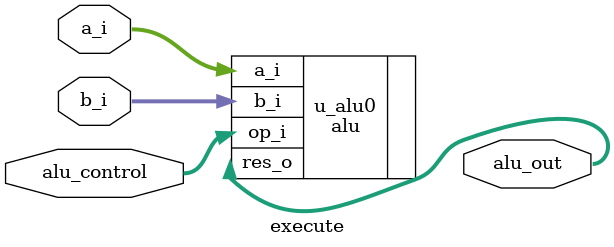
<source format=v>
module execute (
    input wire [31:0]a_i,
    input wire [31:0]b_i,
    input wire [3:0]alu_control,

    output wire [31:0]alu_out

);

    // ALU
    alu u_alu0 
    (
        .a_i(a_i),
        .b_i(b_i),
        .op_i(alu_control),
        .res_o(alu_out)
    );

endmodule
</source>
